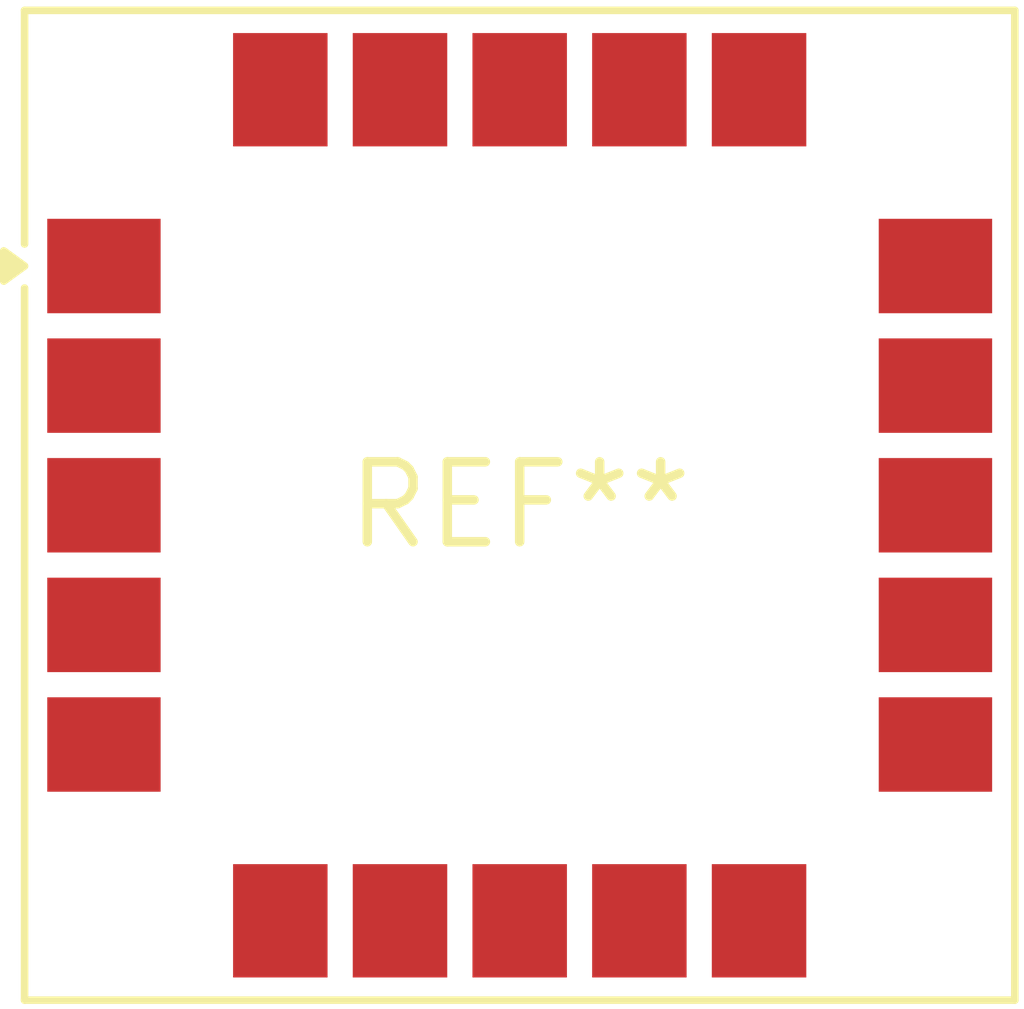
<source format=kicad_pcb>
(kicad_pcb (version 20240108) (generator pcbnew)
  (layers (0 "F.Cu" signal) (31 "B.Cu" signal) (34 "B.Paste" user) (35 "F.Paste" user) (36 "B.SilkS" user "B.Silkscreen") (37 "F.SilkS" user "F.Silkscreen") (38 "B.Mask" user) (39 "F.Mask" user) (44 "Edge.Cuts" user))
  (net 0 "")
  (footprint "ublox_SAM-M8Q" (layer "F.Cu") (at 0 0)
    (property "Reference" "REF**")
    (property "Value" "ublox_SAM-M8Q")
    (fp_line (start -7.86 -7.86) (end -7.86 -4.15) (layer "F.SilkS") (stroke (width 0.12)))
    (fp_line (start -7.86 -7.86) (end 7.86 -7.86) (layer "F.SilkS") (stroke (width 0.12)))
    (fp_line (start -7.86 -3.45) (end -7.86 7.86) (layer "F.SilkS") (stroke (width 0.12)))
    (fp_line (start -7.86 7.86) (end 7.86 7.86) (layer "F.SilkS") (stroke (width 0.12)))
    (fp_line (start 7.86 -7.86) (end 7.86 7.86) (layer "F.SilkS") (stroke (width 0.12)))
    (fp_poly (pts (xy -7.86 -3.8) (xy -8.19 -3.56) (xy -8.19 -4.04) (xy -7.86 -3.8)) (layer "F.SilkS") (stroke (width 0.12)) (fill solid))
    (pad "1" smd rect (at -6.6 -3.8) (size 1.8 1.5) (layers "F.Cu" "F.Mask"))
    (pad "2" smd rect (at -6.6 -1.9) (size 1.8 1.5) (layers "F.Cu" "F.Mask"))
    (pad "3" smd rect (at -6.6 0) (size 1.8 1.5) (layers "F.Cu" "F.Mask"))
    (pad "4" smd rect (at -6.6 1.9) (size 1.8 1.5) (layers "F.Cu" "F.Mask"))
    (pad "5" smd rect (at -6.6 3.8) (size 1.8 1.5) (layers "F.Cu" "F.Mask"))
    (pad "6" smd rect (at -3.8 6.6) (size 1.5 1.8) (layers "F.Cu" "F.Mask"))
    (pad "7" smd rect (at -1.9 6.6) (size 1.5 1.8) (layers "F.Cu" "F.Mask"))
    (pad "8" smd rect (at 0 6.6) (size 1.5 1.8) (layers "F.Cu" "F.Mask"))
    (pad "9" smd rect (at 1.9 6.6) (size 1.5 1.8) (layers "F.Cu" "F.Mask"))
    (pad "10" smd rect (at 3.8 6.6) (size 1.5 1.8) (layers "F.Cu" "F.Mask"))
    (pad "11" smd rect (at 6.6 3.8) (size 1.8 1.5) (layers "F.Cu" "F.Mask"))
    (pad "12" smd rect (at 6.6 1.9) (size 1.8 1.5) (layers "F.Cu" "F.Mask"))
    (pad "13" smd rect (at 6.6 0) (size 1.8 1.5) (layers "F.Cu" "F.Mask"))
    (pad "14" smd rect (at 6.6 -1.9) (size 1.8 1.5) (layers "F.Cu" "F.Mask"))
    (pad "15" smd rect (at 6.6 -3.8) (size 1.8 1.5) (layers "F.Cu" "F.Mask"))
    (pad "16" smd rect (at 3.8 -6.6) (size 1.5 1.8) (layers "F.Cu" "F.Mask"))
    (pad "17" smd rect (at 1.9 -6.6) (size 1.5 1.8) (layers "F.Cu" "F.Mask"))
    (pad "18" smd rect (at 0 -6.6) (size 1.5 1.8) (layers "F.Cu" "F.Mask"))
    (pad "19" smd rect (at -1.9 -6.6) (size 1.5 1.8) (layers "F.Cu" "F.Mask"))
    (pad "20" smd rect (at -3.8 -6.6) (size 1.5 1.8) (layers "F.Cu" "F.Mask"))
  )
)
</source>
